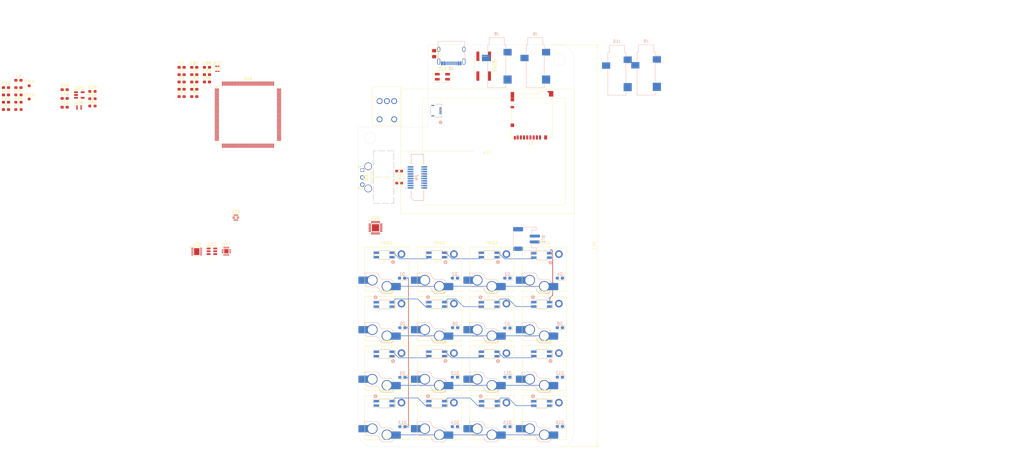
<source format=kicad_pcb>
(kicad_pcb (version 20241229) (generator "pcbnew") (generator_version "9.0")
  (layers (0 "F.Cu" signal) (4 "In1.Cu" signal "In1.Cu (PWR)") (6 "In2.Cu" signal "In2.Cu (GND)") (2 "B.Cu" signal) (13 "F.Paste" user) (15 "B.Paste" user) (5 "F.SilkS" user "F.Silkscreen") (7 "B.SilkS" user "B.Silkscreen") (1 "F.Mask" user) (3 "B.Mask" user) (25 "Edge.Cuts" user))
  (net 0 "")
  (net 1 "Net-(D1-A)")
  (net 2 "/Keypad/SW_ROW1")
  (net 3 "Net-(D2-A)")
  (net 4 "Net-(D3-A)")
  (net 5 "Net-(D4-A)")
  (net 6 "Net-(D5-A)")
  (net 7 "/Keypad/SW_ROW2")
  (net 8 "Net-(D6-A)")
  (net 9 "Net-(D7-A)")
  (net 10 "Net-(D8-A)")
  (net 11 "Net-(D9-A)")
  (net 12 "/Keypad/SW_ROW3")
  (net 13 "Net-(D10-A)")
  (net 14 "Net-(D11-A)")
  (net 15 "Net-(D12-A)")
  (net 16 "Net-(D13-A)")
  (net 17 "/Keypad/SW_ROW4")
  (net 18 "Net-(D14-A)")
  (net 19 "Net-(D15-A)")
  (net 20 "Net-(D16-A)")
  (net 21 "Net-(U20-FB)")
  (net 23 "Net-(U2-DOUT)")
  (net 24 "VDD")
  (net 25 "Net-(U3-DOUT)")
  (net 26 "Net-(U4-DOUT)")
  (net 27 "Net-(U5-DOUT)")
  (net 28 "Net-(U6-DOUT)")
  (net 29 "Net-(U7-DOUT)")
  (net 30 "Net-(U8-DOUT)")
  (net 31 "Net-(U10-DIN)")
  (net 32 "Net-(U10-DOUT)")
  (net 34 "Net-(U11-DIN)")
  (net 35 "Net-(U12-DOUT)")
  (net 36 "Net-(U13-DIN)")
  (net 37 "Net-(U14-DOUT)")
  (net 38 "Net-(U15-DIN)")
  (net 39 "Net-(U16-DOUT)")
  (net 40 "VBUS")
  (net 53 "+3.3V")
  (net 70 "Net-(D17-K)")
  (net 73 "/Power/MCU_PWR_SW")
  (net 75 "-BATT")
  (net 76 "/Power/~{PWR_EN}")
  (net 77 "/Power/3v3_PG")
  (net 78 "+1V8")
  (net 89 "/SWD_RESET")
  (net 124 "+3.3VA")
  (net 150 "Net-(C1-Pad1)")
  (net 153 "Net-(C2-Pad1)")
  (net 163 "+BATT")
  (net 177 "/BOOT0")
  (net 201 "Net-(U22-GND-Pad15)")
  (net 202 "Net-(U20-SW)")
  (net 203 "Net-(U21-FB)")
  (net 204 "Net-(U21-PH)")
  (net 207 "/Keypad/SW_COL1")
  (net 208 "/Keypad/SW_COL2")
  (net 209 "/Keypad/SW_COL3")
  (net 210 "/Keypad/SW_COL4")
  (net 226 "/Keypad/KEYPAD_INT")
  (net 235 "GND")
  (net 236 "3v3_PG")
  (net 256 "Net-(U27-VDD-Pad3)")
  (net 258 "Net-(U27-CC2-Pad1)")
  (net 259 "Net-(U27-GND-Pad15)")
  (net 260 "Net-(U27-CC1-Pad10)")
  (footprint "pocket_synth:PTR901-2015K-B103" (layer "F.Cu") (at 39.8 49.3 90)
    (property "Reference" "U1")
    (property "Value" "VOL_PWR_POT")
  )
  (footprint "pocket_synth:SW_Hotswap_Kailh_Choc_V1V2_Plated_1.00u" (layer "F.Cu") (at 39.8 107 180)
    (property "Reference" "SW1" (hide yes))
    (property "Value" "TRIG1")
  )
  (footprint "pocket_synth:SK6812MINI-E" (layer "F.Cu") (at 38.9 153.1)
    (property "Reference" "U11" (hide yes))
    (property "Value" "TRIG13")
    (fp_rect (start -1.7 -1.5) (end 1.7 1.5) (stroke (width 0.05)) (fill no) (layer "Edge.Cuts"))
  )
  (footprint "pocket_synth:SW_Hotswap_Kailh_Choc_V1V2_Plated_1.00u" (layer "F.Cu") (at 75.8 124 180)
    (property "Reference" "SW7" (hide yes))
    (property "Value" "TRIG7")
  )
  (footprint "pocket_synth:SW_Hotswap_Kailh_Choc_V1V2_Plated_1.00u" (layer "F.Cu") (at 93.8 107 180)
    (property "Reference" "SW4" (hide yes))
    (property "Value" "TRIG4")
  )
  (footprint "pocket_synth:SW_Hotswap_Kailh_Choc_V1V2_Plated_1.00u" (layer "F.Cu") (at 93.8 141 180)
    (property "Reference" "SW12" (hide yes))
    (property "Value" "TRIG12")
  )
  (footprint "pocket_synth:SK6812MINI-E" (layer "F.Cu") (at 38.9 119.135)
    (property "Reference" "U9" (hide yes))
    (property "Value" "TRIG5")
    (fp_rect (start -1.7 -1.5) (end 1.7 1.5) (stroke (width 0.05)) (fill no) (layer "Edge.Cuts"))
  )
  (footprint "pocket_synth:SW_Hotswap_Kailh_Choc_V1V2_Plated_1.00u" (layer "F.Cu") (at 93.8 124 180)
    (property "Reference" "SW8" (hide yes))
    (property "Value" "TRIG8")
  )
  (footprint "Capacitor_SMD:C_0603_1608Metric_Pad1.08x0.95mm_HandSolder" (layer "F.Cu") (at -21.925 42.73)
    (property "Reference" "C90")
    (property "Value" "1uf")
  )
  (footprint "TestPoint:TestPoint_Pad_D1.0mm" (layer "F.Cu") (at -82.9 48.6)
    (property "Reference" "TP15")
    (property "Value" "1v8")
  )
  (footprint "LED_SMD:LED_0805_2012Metric_Pad1.15x1.40mm_HandSolder" (layer "F.Cu") (at 56 33.025 -90)
    (property "Reference" "D17")
    (property "Value" "PWR")
  )
  (footprint "Capacitor_SMD:C_0603_1608Metric_Pad1.08x0.95mm_HandSolder" (layer "F.Cu") (at -70.7375 48.39)
    (property "Reference" "C49")
    (property "Value" "22uf")
  )
  (footprint "Capacitor_SMD:C_0603_1608Metric_Pad1.08x0.95mm_HandSolder" (layer "F.Cu") (at -26.275 37.71)
    (property "Reference" "C81")
    (property "Value" "0.1uf")
  )
  (footprint "Capacitor_SMD:C_0603_1608Metric_Pad1.08x0.95mm_HandSolder" (layer "F.Cu") (at -70.7375 45.38)
    (property "Reference" "C48")
    (property "Value" "120pF")
  )
  (footprint "Package_TO_SOT_SMD:SOT-563" (layer "F.Cu") (at -65.7875 51.5)
    (property "Reference" "U20")
    (property "Value" "TPS62A02DRL")
  )
  (footprint "Capacitor_SMD:C_0603_1608Metric_Pad1.08x0.95mm_HandSolder" (layer "F.Cu") (at -90.8625 44.67)
    (property "Reference" "C39")
    (property "Value" "10uf")
  )
  (footprint "Resistor_SMD:R_0603_1608Metric_Pad0.98x0.95mm_HandSolder" (layer "F.Cu") (at -86.5875 49.69)
    (property "Reference" "R56")
    (property "Value" "20.0k")
  )
  (footprint "Capacitor_SMD:C_0603_1608Metric_Pad1.08x0.95mm_HandSolder" (layer "F.Cu") (at -26.275 45.24)
    (property "Reference" "C84")
    (property "Value" "100nf")
  )
  (footprint "Capacitor_SMD:C_0603_1608Metric_Pad1.08x0.95mm_HandSolder" (layer "F.Cu") (at -30.625 47.75)
    (property "Reference" "C59")
    (property "Value" "100nf")
  )
  (footprint "pocket_synth:SW_Hotswap_Kailh_Choc_V1V2_Plated_1.00u" (layer "F.Cu") (at 39.8 158 180)
    (property "Reference" "SW13" (hide yes))
    (property "Value" "TRIG13")
  )
  (footprint "pocket_synth:SW_Hotswap_Kailh_Choc_V1V2_Plated_1.00u" (layer "F.Cu") (at 93.8 158 180)
    (property "Reference" "SW16" (hide yes))
    (property "Value" "TRIG16")
  )
  (footprint "pocket_synth:SK6812MINI-E" (layer "F.Cu") (at 75 153.137132)
    (property "Reference" "U15" (hide yes))
    (property "Value" "TRIG15")
    (fp_rect (start -1.7 -1.5) (end 1.7 1.5) (stroke (width 0.05)) (fill no) (layer "Edge.Cuts"))
  )
  (footprint "Capacitor_SMD:C_0603_1608Metric_Pad1.08x0.95mm_HandSolder" (layer "F.Cu") (at -30.625 40.22)
    (property "Reference" "C2")
    (property "Value" "2.2 µF")
  )
  (footprint "TestPoint:TestPoint_Pad_D1.0mm" (layer "F.Cu") (at -82.9 44.05)
    (property "Reference" "TP14")
    (property "Value" "3v3")
  )
  (footprint "Inductor_SMD:L_0603_1608Metric_Pad1.05x0.95mm_HandSolder" (layer "F.Cu") (at -86.5875 42.16)
    (property "Reference" "L3")
    (property "Value" "10uh")
  )
  (footprint "Package_TO_SOT_SMD:SOT-23-5" (layer "F.Cu") (at -65.7 47.2)
    (property "Reference" "U21")
    (property "Value" "TPS560200")
  )
  (footprint "Capacitor_SMD:C_0603_1608Metric_Pad1.08x0.95mm_HandSolder" (layer "F.Cu") (at -26.275 42.73)
    (property "Reference" "C83")
    (property "Value" "100nf")
  )
  (footprint "Package_DFN_QFN:TDFN-14-1EP_3x3mm_P0.4mm_EP1.78x2.35mm" (layer "F.Cu") (at -25.445 100.985)
    (property "Reference" "U22")
    (property "Value" "MAX17261xxTD")
  )
  (footprint "Package_QFP:LQFP-144_20x20mm_P0.5mm" (layer "F.Cu") (at -7.8625 53.95)
    (property "Reference" "U18")
    (property "Value" "STM32H743ZIT6")
  )
  (footprint "pocket_synth:SW_Hotswap_Kailh_Choc_V1V2_Plated_1.00u" (layer "F.Cu") (at 39.8 124 180)
    (property "Reference" "SW5" (hide yes))
    (property "Value" "TRIG5")
  )
  (footprint "pocket_synth:SW_Hotswap_Kailh_Choc_V1V2_Plated_1.00u" (layer "F.Cu") (at 39.8 141 180)
    (property "Reference" "SW9" (hide yes))
    (property "Value" "TRIG9")
  )
  (footprint "pocket_synth:KMR221_CNK" (layer "F.Cu") (at 44 75.4 90)
    (property "Reference" "SW17")
    (property "Value" "KMR221NGLFS")
  )
  (footprint "pocket_synth:SK6812MINI-E" (layer "F.Cu") (at 92.9 153.135)
    (property "Reference" "U17" (hide yes))
    (property "Value" "TRIG16")
    (fp_rect (start -1.7 -1.5) (end 1.7 1.5) (stroke (width 0.05)) (fill no) (layer "Edge.Cuts"))
  )
  (footprint "Connector_Card:microSD_HC_Hirose_DM3BT-DSF-PEJS" (layer "F.Cu") (at 89.57 54.165 180)
    (property "Reference" "J3")
    (property "Value" "Micro_SD_Card_Det_Hirose_DM3AT")
  )
  (footprint "pocket_synth:2416191-1" (layer "F.Cu") (at 31.375 73 90)
    (property "Reference" "S1")
    (property "Value" "ENCODER" (hide yes))
    (fp_rect (start -11.4 3.8) (end 6.6 10.8) (stroke (width 0.2) (type dash)) (fill no) (layer "Edge.Cuts"))
  )
  (footprint "pocket_synth:SK6812MINI-E" (layer "F.Cu") (at 74.9 119.137132)
    (property "Reference" "U7" (hide yes))
    (property "Value" "TRIG7")
    (fp_rect (start -1.7 -1.5) (end 1.7 1.5) (stroke (width 0.05)) (fill no) (layer "Edge.Cuts"))
  )
  (footprint "Capacitor_SMD:C_0603_1608Metric_Pad1.08x0.95mm_HandSolder" (layer "F.Cu") (at -21.925 40.22)
    (property "Reference" "C89")
    (property "Value" "1uf")
  )
  (footprint "pocket_synth:SW_Hotswap_Kailh_Choc_V1V2_Plated_1.00u" (layer "F.Cu") (at 75.8 107 180)
    (property "Reference" "SW3" (hide yes))
    (property "Value" "TRIG3")
  )
  (footprint "Resistor_SMD:R_0603_1608Metric_Pad0.98x0.95mm_HandSolder" (layer "F.Cu") (at -86.5875 47.18)
    (property "Reference" "R55")
    (property "Value" "24.9k")
  )
  (footprint "Package_TO_SOT_SMD:SOT-23-6" (layer "F.Cu") (at -20.22 100.875)
    (property "Reference" "U23")
    (property "Value" "BQ21040DBV")
  )
  (footprint "pocket_synth:SK6812MINI-E" (layer "F.Cu") (at 56.9 119.1)
    (property "Reference" "U8" (hide yes))
    (property "Value" "TRIG6")
    (fp_rect (start -1.7 -1.5) (end 1.7 1.5) (stroke (width 0.05)) (fill no) (layer "Edge.Cuts"))
  )
  (footprint "pocket_synth:SW_Hotswap_Kailh_Choc_V1V2_Plated_1.00u" (layer "F.Cu") (at 57.8 124 180)
    (property "Reference" "SW6" (hide yes))
    (property "Value" "TRIG6")
  )
  (footprint "Capacitor_SMD:C_0603_1608Metric_Pad1.08x0.95mm_HandSolder" (layer "F.Cu") (at -90.8625 47.18)
    (property "Reference" "C40")
    (property "Value" "0.1uf")
  )
  (footprint "Package_DFN_QFN:Texas_X2QFN-12_1.6x1.6mm_P0.4mm" (layer "F.Cu") (at -12.025 89.3)
    (property "Reference" "U26")
    (property "Value" "FUSB303BTMX")
  )
  (footprint "pocket_synth:SW_Hotswap_Kailh_Choc_V1V2_Plated_1.00u" (layer "F.Cu") (at 75.8 158 180)
    (property "Reference" "SW15" (hide yes))
    (property "Value" "TRIG15")
  )
  (footprint "pocket_synth:SK6812MINI-E" (layer "F.Cu") (at 38.9 136.135 180)
    (property "Reference" "U10" (hide yes))
    (property "Value" "TRIG9")
    (fp_rect (start -1.7 -1.5) (end 1.7 1.5) (stroke (width 0.05)) (fill no) (layer "Edge.Cuts"))
  )
  (footprint "pocket_synth:SK6812MINI-E" (layer "F.Cu") (at 74.9 136.137132 180)
    (property "Reference" "U14" (hide yes))
    (property "Value" "TRIG11")
    (fp_rect (start -1.7 -1.5) (end 1.7 1.5) (stroke (width 0.05)) (fill no) (layer "Edge.Cuts"))
  )
  (footprint "pocket_synth:SK6812MINI-E" (layer "F.Cu") (at 74.9 102.135 180)
    (property "Reference" "U4")
    (property "Value" "TRIG3")
    (fp_rect (start -1.7 -1.5) (end 1.7 1.5) (stroke (width 0.05)) (fill no) (layer "Edge.Cuts"))
  )
  (footprint "Capacitor_SMD:C_0603_1608Metric_Pad1.08x0.95mm_HandSolder" (layer "F.Cu") (at -26.275 47.75)
    (property "Reference" "C85")
    (property "Value" "100nf")
  )
  (footprint "Button_Switch_SMD:SW_SPST_EVQQ2" (layer "F.Cu") (at 73 37.3 -90)
    (property "Reference" "SW18")
    (property "Value" "HELP")
  )
  (footprint "Package_DFN_QFN:WQFN-14-1EP_2.5x2.5mm_P0.5mm_EP1.45x1.45mm" (layer "F.Cu") (at -15.27 100.85)
    (property "Reference" "U27")
    (property "Value" "FUSB302B01MPX")
  )
  (footprint "pocket_synth:SW_Hotswap_Kailh_Choc_V1V2_Plated_1.00u" (layer "F.Cu") (at 57.8 107 180)
    (property "Reference" "SW2" (hide yes))
    (property "Value" "TRIG2")
  )
  (footprint "pocket_synth:SK6812MINI-E" (layer "F.Cu") (at 92.9 102.3 180)
    (property "Reference" "U5")
    (property "Value" "TRIG4")
    (fp_rect (start -1.7 -1.5) (end 1.7 1.5) (stroke (width 0.05)) (fill no) (layer "Edge.Cuts"))
  )
  (footprint "Resistor_SMD:R_0603_1608Metric_Pad0.98x0.95mm_HandSolder" (layer "F.Cu") (at -61.2125 51)
    (property "Reference" "R63")
    (property "Value" "499k")
  )
  (footprint "Capacitor_SMD:C_0603_1608Metric_Pad1.08x0.95mm_HandSolder" (layer "F.Cu") (at -30.625 37.71)
    (property "Reference" "C1")
    (property "Value" "2.2 µF")
  )
  (footprint "Capacitor_SMD:C_0603_1608Metric_Pad1.08x0.95mm_HandSolder" (layer "F.Cu") (at -70.7375 51.4)
    (property "Reference" "C50")
    (property "Value" "4.7uf")
  )
  (footprint "Resistor_SMD:R_0603_1608Metric_Pad0.98x0.95mm_HandSolder" (layer "F.Cu") (at -61.2125 48.49)
    (property "Reference" "R54")
    (property "Value" "97.6k")
  )
  (footprint "Capacitor_SMD:C_0603_1608Metric_Pad1.08x0.95mm_HandSolder" (layer "F.Cu") (at -21.925 37.71)
    (property "Reference" "C88")
    (property "Value" "10nf")
  )
  (footprint "pocket_synth:SK6812MINI-E" (layer "F.Cu") (at 92.9 119.1)
    (property "Reference" "U6" (hide yes))
    (property "Value" "TRIG8")
    (fp_rect (start -1.7 -1.5) (end 1.7 1.5) (stroke (width 0.05)) (fill no) (layer "Edge.Cuts"))
  )
  (footprint "pocket_synth:SK6812MINI-E" (layer "F.Cu") (at 92.9 136.1 180)
    (property "Reference" "U16" (hide yes))
    (property "Value" "TRIG12")
    (fp_rect (start -1.7 -1.5) (end 1.7 1.5) (stroke (width 0.05)) (fill no) (layer "Edge.Cuts"))
  )
  (footprint "Resistor_SMD:R_0201_0603Metric_Pad0.64x0.40mm_HandSolder" (layer "F.Cu") (at -18.345 39.08)
    (property "Reference" "R64")
    (property "Value" "0R")
  )
  (footprint "Capacitor_SMD:C_0603_1608Metric_Pad1.08x0.95mm_HandSolder" (layer "F.Cu") (at -30.625 42.73)
    (property "Reference" "C3")
    (property "Value" "1 µF")
  )
  (footprint "pocket_synth:SW_Hotswap_Kailh_Choc_V1V2_Plated_1.00u" (layer "F.Cu") (at 57.8 141 180)
    (property "Reference" "SW10" (hide yes))
    (property "Value" "TRIG10")
  )
  (footprint "Inductor_SMD:L_0603_1608Metric_Pad1.05x0.95mm_HandSolder" (layer "F.Cu") (at -86.5875 44.67)
    (property "Reference" "L7")
    (property "Value" "1uh")
  )
  (footprint "pocket_synth:SK6812MINI-E" (layer "F.Cu") (at 38.9 102.135 180)
    (property "Reference" "U2")
    (property "Value" "TRIG1")
    (fp_rect (start -1.7 -1.5) (end 1.7 1.5) (stroke (width 0.05)) (fill no) (layer "Edge.Cuts"))
  )
  (footprint "LED_SMD:LED_SK6812MINI_PLCC4_3.5x3.5mm_P1.75mm" (layer "F.Cu") (at 58.85 40.925)
    (property "Reference" "D20")
    (property "Value" "METRONOME")
  )
  (footprint "pocket_synth:SK6812MINI-E" (layer "F.Cu") (at 56.9 136.1 180)
    (property "Reference" "U12" (hide yes))
    (property "Value" "TRIG10")
    (fp_rect (start -1.7 -1.5) (end 1.7 1.5) (stroke (width 0.05)) (fill no) (layer "Edge.Cuts"))
  )
  (footprint "Capacitor_SMD:C_0603_1608Metric_Pad1.08x0.95mm_HandSolder" (layer "F.Cu") (at -26.275 40.22)
    (property "Reference" "C82")
    (property "Value" "100nf")
  )
  (footprint "Capacitor_SMD:C_0603_1608Metric_Pad1.08x0.95mm_HandSolder" (layer "F.Cu") (at -30.625 45.24)
    (property "Reference" "C58")
    (property "Value" "10uf")
  )
  (footprint "Resistor_SMD:R_0603_1608Metric_Pad0.98x0.95mm_HandSolder" (layer "F.Cu") (at -61.2125 45.98)
    (property "Reference" "R29")
    (property "Value" "442k")
  )
  (footprint "pocket_synth:SW_Hotswap_Kailh_Choc_V1V2_Plated_1.00u" (layer "F.Cu") (at 57.8 158 180)
    (property "Reference" "SW14" (hide yes))
    (property "Value" "TRIG14")
  )
  (footprint "Capacitor_SMD:C_0603_1608Metric_Pad1.08x0.95mm_HandSolder" (layer "F.Cu") (at -90.8625 52.2)
    (property "Reference" "C42")
    (property "Value" "10uf")
  )
  (footprint "Resistor_SMD:R_0201_0603Metric_Pad0.64x0.40mm_HandSolder" (layer "F.Cu") (at -18.345 37.33)
    (property "Reference" "R22")
    (property "Value" "10k")
  )
  (footprint "Capacitor_SMD:C_0603_1608Metric_Pad1.08x0.95mm_HandSolder" (layer "F.Cu") (at -90.8625 49.69)
    (property "Reference" "C41")
    (property "Value" "10uf")
  )
  (footprint "pocket_synth:SK6812MINI-E" (layer "F.Cu") (at 56.9 153.1)
    (property "Reference" "U13" (hide yes))
    (property "Value" "TRIG14")
    (fp_rect (start -1.7 -1.5) (end 1.7 1.5) (stroke (width 0.05)) (fill no) (layer "Edge.Cuts"))
  )
  (footprint "Resistor_SMD:R_0603_1608Metric_Pad0.98x0.95mm_HandSolder" (layer "F.Cu") (at -86.5875 52.2)
    (property "Reference" "R72")
    (property "Value" "0R")
  )
  (footprint "pocket_synth:ER-TFT024IPS-3" (layer "F.Cu") (at 74.25 66.5 180)
    (property "Reference" "U19")
    (property "Value" "~")
  )
  (footprint "pocket_synth:SK6812MINI-E" (layer "F.Cu") (at 56.9 102.135 180)
    (property "Reference" "U3")
    (property "Value" "TRIG2")
    (fp_rect (start -1.7 -1.5) (end 1.7 1.5) (stroke (width 0.05)) (fill no) (layer "Edge.Cuts"))
  )
  (footprint "pocket_synth:SW_Hotswap_Kailh_Choc_V1V2_Plated_1.00u" (layer "F.Cu") (at 75.8 141 180)
    (property "Reference" "SW11" (hide yes))
    (property "Value" "TRIG11")
  )
  (footprint "Package_DFN_QFN:WQFN-24-1EP_4x4mm_P0.5mm_EP2.45x2.45mm" (layer "F.Cu") (at 35.89 92.79)
    (property "Reference" "U25")
    (property "Value" "TCA8418RTWR")
  )
  (footprint "Connector_Audio:Jack_3.5mm_CUI_SJ-3523-SMT_Horizontal" (layer "B.Cu") (at 118.7 38.7 180)
    (property "Reference" "J10")
    (property "Value" "MIDI_OUT")
  )
  (footprint "Diode_SMD:D_0603_1608Metric_Pad1.05x0.95mm_HandSolder" (layer "B.Cu") (at 63.2 127.1 180)
    (property "Reference" "D6")
    (property "Value" "D")
  )
  (footprint "pocket_synth:CONN_503480-0540_MOL" (layer "B.Cu") (at 56.7 52.6 90)
    (property "Reference" "J1")
    (property "Value" "POT_CONN")
  )
  (footprint "Connector_Audio:Jack_3.5mm_CUI_SJ-3523-SMT_Horizontal" (layer "B.Cu") (at 128.71 38.6 180)
    (property "Reference" "J9")
    (property "Value" "MIDI_IN")
  )
  (footprint "Connector_JST:JST_PH_S2B-PH-SM4-TB_1x02-1MP_P2.00mm_Horizontal" (layer "B.Cu") (at 87.7 96.65 90)
    (property "Reference" "BT1")
    (property "Value" "Battery")
  )
  (footprint "Diode_SMD:D_0603_1608Metric_Pad1.05x0.95mm_HandSolder" (layer "B.Cu") (at 45 110.1 180)
    (property "Reference" "D1")
    (property "Value" "D")
  )
  (footprint "Diode_SMD:D_0603_1608Metric_Pad1.05x0.95mm_HandSolder" (layer "B.Cu") (at 45.125 161.1 180)
    (property "Reference" "D13")
    (property "Value" "D")
  )
  (footprint "Diode_SMD:D_0603_1608Metric_Pad1.05x0.95mm_HandSolder" (layer "B.Cu") (at 45.125 127.1 180)
    (property "Reference" "D5")
    (property "Value" "D")
  )
  (footprint "Connector_Audio:Jack_3.5mm_CUI_SJ-3523-SMT_Horizontal" (layer "B.Cu") (at 90.7 36.1 180)
    (property "Reference" "J6")
    (property "Value" "LINE_IN")
  )
  (footprint "Diode_SMD:D_0603_1608Metric_Pad1.05x0.95mm_HandSolder" (layer "B.Cu") (at 81.125 127.225 180)
    (property "Reference" "D7")
    (property "Value" "D")
  )
  (footprint "Diode_SMD:D_0603_1608Metric_Pad1.05x0.95mm_HandSolder" (layer "B.Cu") (at 63.125 144.1 180)
    (property "Reference" "D10")
    (property "Value" "D")
  )
  (footprint "Diode_SMD:D_0603_1608Metric_Pad1.05x0.95mm_HandSolder" (layer "B.Cu") (at 99.125 110.1 180)
    (property "Reference" "D4")
    (property "Value" "D")
  )
  (footprint "pocket_synth:FX6-20P-0.8SV1(71)" (layer "B.Cu") (at 50.25 75.5 -90)
    (property "Reference" "J4")
    (property "Value" "FX6-20P-0.8SV1(71)" (hide yes))
  )
  (footprint "Diode_SMD:D_0603_1608Metric_Pad1.05x0.95mm_HandSolder" (layer "B.Cu") (at 99.125 161.025 180)
    (property "Reference" "D16")
    (property "Value" "D")
  )
  (footprint "Diode_SMD:D_0603_1608Metric_Pad1.05x0.95mm_HandSolder" (layer "B.Cu") (at 81.125 110.1 180)
    (property "Reference" "D3")
    (property "Value" "D")
  )
  (footprint "Diode_SMD:D_0603_1608Metric_Pad1.05x0.95mm_HandSolder" (layer "B.Cu") (at 81.125 161.1 180)
    (property "Reference" "D15")
    (property "Value" "D")
  )
  (footprint "Diode_SMD:D_0603_1608Metric_Pad1.05x0.95mm_HandSolder" (layer "B.Cu") (at 45.125 144.175 180)
    (property "Reference" "D9")
    (property "Value" "D")
  )
  (footprint "Diode_SMD:D_0603_1608Metric_Pad1.05x0.95mm_HandSolder" (layer "B.Cu") (at 63.125 110.1 180)
    (property "Reference" "D2")
    (property "Value" "D")
  )
  (footprint "Diode_SMD:D_0603_1608Metric_Pad1.05x0.95mm_HandSolder" (layer "B.Cu") (at 63.125 161.1 180)
    (property "Reference" "D14")
    (property "Value" "D")
  )
  (footprint "Connector_Audio:Jack_3.5mm_CUI_SJ-3523-SMT_Horizontal" (layer "B.Cu") (at 77.5 36.1 180)
    (property "Reference" "J8")
    (property "Value" "LINE_OUT")
  )
  (footprint "Diode_SMD:D_0603_1608Metric_Pad1.05x0.95mm_HandSolder" (layer "B.Cu") (at 99.125 127.1 180)
    (property "Reference" "D8")
    (property "Value" "D")
  )
  (footprint "Diode_SMD:D_0603_1608Metric_Pad1.05x0.95mm_HandSolder" (layer "B.Cu") (at 99.125 144.1 180)
    (property "Reference" "D12")
    (property "Value" "D")
  )
  (footprint "Connector_USB:USB_C_Receptacle_G-Switch_GT-USB-7010ASV" (layer "B.Cu") (at 61.9 32.595)
    (property "Reference" "J2")
    (property "Value" "USB")
  )
  (footprint "Diode_SMD:D_0603_1608Metric_Pad1.05x0.95mm_HandSolder" (layer "B.Cu") (at 81.125 144.1 180)
    (property "Reference" "D11")
    (property "Value" "D")
  )
  (gr_line (start 104 35) (end 104 163) (stroke (width 0.05)) (layer "Edge.Cuts"))
  (gr_line (start 30 163) (end 30 58.3) (stroke (width 0.05)) (layer "Edge.Cuts"))
  (gr_arc (start 104 163) (mid 102.535534 166.535534) (end 99 168) (stroke (width 0.05)) (layer "Edge.Cuts"))
  (gr_line (start 99 168) (end 35 168) (stroke (width 0.05)) (layer "Edge.Cuts"))
  (gr_circle (center 34 62) (end 36 62) (stroke (width 0.05)) (fill no) (layer "Edge.Cuts"))
  (gr_arc (start 99 30) (mid 102.535534 31.464466) (end 104 35) (stroke (width 0.05)) (layer "Edge.Cuts"))
  (gr_arc (start 35 168) (mid 31.464466 166.535534) (end 30 163) (stroke (width 0.05)) (layer "Edge.Cuts"))
  (gr_line (start 54 58.3) (end 54 30) (stroke (width 0.05)) (layer "Edge.Cuts"))
  (gr_line (start 30 58.3) (end 54 58.3) (stroke (width 0.05)) (layer "Edge.Cuts"))
  (gr_circle (center 99 35) (end 101 35) (stroke (width 0.05)) (fill no) (layer "Edge.Cuts"))
  (gr_line (start 54 30) (end 99 30) (stroke (width 0.05)) (layer "Edge.Cuts"))
  (dimension (type orthogonal) (layer "F.SilkS") (pts (xy 99 168) (xy 95.8 30)) (height 13) (orientation 1) (format (prefix "") (suffix "") (units 3) (units_format 0) (precision 4) (suppress_zeroes yes)) (style (thickness 0.1) (arrow_length 1.27) (text_position_mode 0) (arrow_direction outward) (extension_height 0.58642) (extension_offset 0.5) (keep_text_aligned yes)) (gr_text "138" (at 110.9 99 90) (layer "F.SilkS") (effects (font (size 1 1) (thickness 0.1)))))
  (segment (start 57.8 112.9) (end 75.8 112.9) (width 0.2) (layer "B.Cu") (net 2))
  (segment (start 39.8 112.9) (end 57.8 112.9) (width 0.2) (layer "B.Cu") (net 2))
  (segment (start 75.8 112.9) (end 93.8 112.9) (width 0.2) (layer "B.Cu") (net 2))
  (segment (start 75.8 129.9) (end 57.8 129.9) (width 0.2) (layer "B.Cu") (net 7))
  (segment (start 57.8 129.9) (end 39.8 129.9) (width 0.2) (layer "B.Cu") (net 7))
  (segment (start 93.8 129.9) (end 75.8 129.9) (width 0.2) (layer "B.Cu") (net 7))
  (segment (start 39.8 146.9) (end 57.8 146.9) (width 0.2) (layer "B.Cu") (net 12))
  (segment (start 75.8 146.9) (end 93.8 146.9) (width 0.2) (layer "B.Cu") (net 12))
  (segment (start 75.8 146.9) (end 57.8 146.9) (width 0.2) (layer "B.Cu") (net 12))
  (segment (start 93.8 163.9) (end 75.8 163.9) (width 0.2) (layer "B.Cu") (net 17))
  (segment (start 57.8 163.9) (end 39.8 163.9) (width 0.2) (layer "B.Cu") (net 17))
  (segment (start 75.8 163.9) (end 57.8 163.9) (width 0.2) (layer "B.Cu") (net 17))
  (segment (start 53.634 103.451) (end 54.2 102.885) (width 0.2) (layer "B.Cu") (net 23))
  (segment (start 41.6 101.385) (end 42.070844 101.385) (width 0.2) (layer "B.Cu") (net 23))
  (segment (start 44.136844 103.451) (end 53.634 103.451) (width 0.2) (layer "B.Cu") (net 23))
  (segment (start 42.070844 101.385) (end 44.136844 103.451) (width 0.2) (layer "B.Cu") (net 23))
  (segment (start 59.6 101.385) (end 60.070844 101.385) (width 0.2) (layer "B.Cu") (net 25))
  (segment (start 62.136844 103.451) (end 71.634 103.451) (width 0.2) (layer "B.Cu") (net 25))
  (segment (start 71.634 103.451) (end 72.2 102.885) (width 0.2) (layer "B.Cu") (net 25))
  (segment (start 60.070844 101.385) (end 62.136844 103.451) (width 0.2) (layer "B.Cu") (net 25))
  (segment (start 89.79 103.46) (end 90.2 103.05) (width 0.2) (layer "B.Cu") (net 26))
  (segment (start 77.6 101.385) (end 78.070844 101.385) (width 0.2) (layer "B.Cu") (net 26))
  (segment (start 78.070844 101.385) (end 80.145844 103.46) (width 0.2) (layer "B.Cu") (net 26))
  (segment (start 80.145844 103.46) (end 89.79 103.46) (width 0.2) (layer "B.Cu") (net 26))
  (segment (start 95.6 117) (end 95.5 117.1) (width 0.2) (layer "F.Cu") (net 27))
  (segment (start 96.676 115.924) (end 95.6 117) (width 0.2) (layer "F.Cu") (net 27))
  (segment (start 96.2 100.4) (end 96.676 100.876) (width 0.2) (layer "F.Cu") (net 27))
  (segment (start 96.676 100.876) (end 96.676 115.924) (width 0.2) (layer "F.Cu") (net 27))
  (via (at 95.6 117) (size 0.6) (drill 0.3) (layers "F.Cu" "B.Cu") (net 27))
  (via (at 96.2 100.4) (size 0.6) (drill 0.3) (layers "F.Cu" "B.Cu") (net 27))
  (segment (start 95.6 117) (end 95.6 118.35) (width 0.2) (layer "B.Cu") (net 27))
  (segment (start 95.6 101) (end 96.2 100.4) (width 0.2) (layer "B.Cu") (net 27))
  (segment (start 95.6 101.55) (end 95.6 101) (width 0.2) (layer "B.Cu") (net 27))
  (segment (start 90.2 119.85) (end 84.064156 119.85) (width 0.2) (layer "B.Cu") (net 28))
  (segment (start 84.064156 119.85) (end 81.463156 117.249) (width 0.2) (layer "B.Cu") (net 28))
  (segment (start 78.738132 117.249) (end 77.6 118.387132) (width 0.2) (layer "B.Cu") (net 28))
  (segment (start 81.463156 117.249) (end 78.738132 117.249) (width 0.2) (layer "B.Cu") (net 28))
  (segment (start 72.2 119.887132) (end 66.101288 119.887132) (width 0.2) (layer "B.Cu") (net 29))
  (segment (start 63.463156 117.249) (end 60.701 117.249) (width 0.2) (layer "B.Cu") (net 29))
  (segment (start 60.701 117.249) (end 59.6 118.35) (width 0.2) (layer "B.Cu") (net 29))
  (segment (start 66.101288 119.887132) (end 63.463156 117.249) (width 0.2) (layer "B.Cu") (net 29))
  (segment (start 42.736 117.249) (end 41.6 118.385) (width 0.2) (layer "B.Cu") (net 30))
  (segment (start 50.397 117.249) (end 42.736 117.249) (width 0.2) (layer "B.Cu") (net 30))
  (segment (start 52.998 119.85) (end 50.397 117.249) (width 0.2) (layer "B.Cu") (net 30))
  (segment (start 54.2 119.85) (end 52.998 119.85) (width 0.2) (layer "B.Cu") (net 30))
  (segment (start 43.833036 137.451) (end 53.599 137.451) (width 0.2) (layer "B.Cu") (net 32))
  (segment (start 53.599 137.451) (end 54.2 136.85) (width 0.2) (layer "B.Cu") (net 32))
  (segment (start 41.767036 135.385) (end 43.833036 137.451) (width 0.2) (layer "B.Cu") (net 32))
  (segment (start 41.6 135.385) (end 41.767036 135.385) (width 0.2) (layer "B.Cu") (net 32))
  (segment (start 54.2 153.85) (end 52.998 153.85) (width 0.2) (layer "B.Cu") (net 34))
  (segment (start 52.998 153.85) (end 50.397 151.249) (width 0.2) (layer "B.Cu") (net 34))
  (segment (start 42.701 151.249) (end 41.6 152.35) (width 0.2) (layer "B.Cu") (net 34))
  (segment (start 50.397 151.249) (end 42.701 151.249) (width 0.2) (layer "B.Cu") (net 34))
  (segment (start 59.85 135.35) (end 61.951 137.451) (width 0.2) (layer "B.Cu") (net 35))
  (segment (start 61.951 137.451) (end 71.636132 137.451) (width 0.2) (layer "B.Cu") (net 35))
  (segment (start 71.636132 137.451) (end 72.2 136.887132) (width 0.2) (layer "B.Cu") (net 35))
  (segment (start 59.6 135.35) (end 59.85 135.35) (width 0.2) (layer "B.Cu") (net 35))
  (segment (start 70.952264 153.887132) (end 68.314132 151.249) (width 0.2) (layer "B.Cu") (net 36))
  (segment (start 60.701 151.249) (end 59.6 152.35) (width 0.2) (layer "B.Cu") (net 36))
  (segment (start 72.3 153.887132) (end 70.952264 153.887132) (width 0.2) (layer "B.Cu") (net 36))
  (segment (start 68.314132 151.249) (end 60.701 151.249) (width 0.2) (layer "B.Cu") (net 36))
  (segment (start 77.767036 135.387132) (end 79.830904 137.451) (width 0.2) (layer "B.Cu") (net 37))
  (segment (start 79.830904 137.451) (end 89.599 137.451) (width 0.2) (layer "B.Cu") (net 37))
  (segment (start 89.599 137.451) (end 90.2 136.85) (width 0.2) (layer "B.Cu") (net 37))
  (segment (start 77.6 135.387132) (end 77.767036 135.387132) (width 0.2) (layer "B.Cu") (net 37))
  (segment (start 78.838132 151.249) (end 77.7 152.387132) (width 0.2) (layer "B.Cu") (net 38))
  (segment (start 81.463156 151.249) (end 78.838132 151.249) (width 0.2) (layer "B.Cu") (net 38))
  (segment (start 84.099156 153.885) (end 81.463156 151.249) (width 0.2) (layer "B.Cu") (net 38))
  (segment (start 90.2 153.885) (end 84.099156 153.885) (width 0.2) (layer "B.Cu") (net 38))
  (segment (start 47.2 144.3) (end 47.2 127.1) (width 0.2) (layer "F.Cu") (net 207))
  (segment (start 47.2 161.1) (end 47.2 144.3) (width 0.2) (layer "F.Cu") (net 207))
  (segment (start 47.2 110.1) (end 47.2 127.1) (width 0.2) (layer "F.Cu") (net 207))
  (via (at 47.2 161.1) (size 0.6) (drill 0.3) (layers "F.Cu" "B.Cu") (net 207))
  (via (at 47.2 127.1) (size 0.6) (drill 0.3) (layers "F.Cu" "B.Cu") (net 207))
  (via (at 47.2 110.1) (size 0.6) (drill 0.3) (layers "F.Cu" "B.Cu") (net 207))
  (via (at 47.2 144.3) (size 0.6) (drill 0.3) (layers "F.Cu" "B.Cu") (net 207))
  (segment (start 46 127.1) (end 47.2 127.1) (width 0.2) (layer "B.Cu") (net 207))
  (segment (start 45.875 110.1) (end 47.2 110.1) (width 0.2) (layer "B.Cu") (net 207))
  (segment (start 47.075 144.175) (end 47.2 144.3) (width 0.2) (layer "B.Cu") (net 207))
  (segment (start 46 161.1) (end 47.2 161.1) (width 0.2) (layer "B.Cu") (net 207))
  (segment (start 46 144.175) (end 47.075 144.175) (width 0.2) (layer "B.Cu") (net 207))
)
</source>
